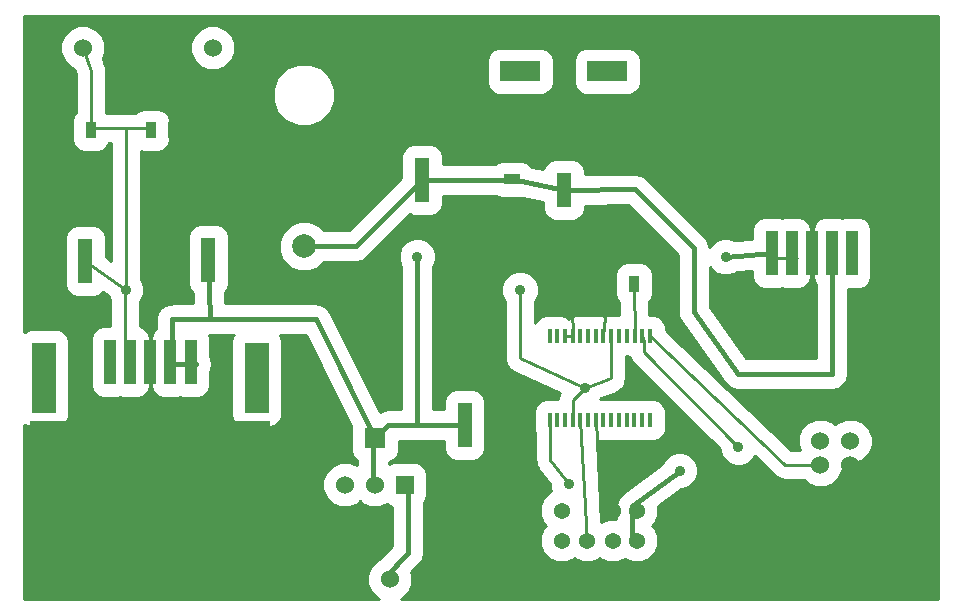
<source format=gtl>
G04 (created by PCBNEW-RS274X (2011-nov-30)-testing) date Sat 05 May 2012 08:26:57 PM EDT*
G01*
G70*
G90*
%MOIN*%
G04 Gerber Fmt 3.4, Leading zero omitted, Abs format*
%FSLAX34Y34*%
G04 APERTURE LIST*
%ADD10C,0.006000*%
%ADD11C,0.078700*%
%ADD12R,0.039400X0.149600*%
%ADD13R,0.800000X0.578700*%
%ADD14R,0.078700X0.236200*%
%ADD15C,0.060000*%
%ADD16C,0.106300*%
%ADD17R,0.016000X0.050000*%
%ADD18R,0.055000X0.035000*%
%ADD19R,0.035000X0.055000*%
%ADD20R,0.060000X0.060000*%
%ADD21C,0.054000*%
%ADD22R,0.126000X0.078700*%
%ADD23R,0.085400X0.126000*%
%ADD24C,0.070000*%
%ADD25R,0.070000X0.070000*%
%ADD26R,0.050000X0.115000*%
%ADD27R,0.135000X0.065000*%
%ADD28R,0.047200X0.149600*%
%ADD29C,0.035000*%
%ADD30C,0.016000*%
%ADD31C,0.010000*%
G04 APERTURE END LIST*
G54D10*
G54D11*
X09842Y14449D03*
X09842Y12284D03*
G54D12*
X25433Y12047D03*
X26103Y12047D03*
X26772Y12047D03*
X27441Y12047D03*
X28111Y12047D03*
G54D13*
X26772Y16929D03*
G54D12*
X06063Y08425D03*
X05393Y08425D03*
X04724Y08425D03*
X04055Y08425D03*
X03385Y08425D03*
G54D13*
X04724Y03543D03*
G54D14*
X08267Y07874D03*
X01181Y07874D03*
G54D15*
X28059Y05787D03*
X27059Y05787D03*
X27059Y05000D03*
X28059Y05000D03*
G54D16*
X29921Y03937D03*
X25197Y03937D03*
G54D17*
X18036Y06474D03*
X18286Y06474D03*
X18546Y06474D03*
X18806Y06474D03*
X19056Y06474D03*
X19316Y06474D03*
X19576Y06474D03*
X19826Y06474D03*
X20086Y06474D03*
X20336Y06474D03*
X20596Y06474D03*
X20856Y06474D03*
X21106Y06474D03*
X21366Y06474D03*
X21366Y09274D03*
X21106Y09274D03*
X20866Y09274D03*
X20596Y09274D03*
X20336Y09274D03*
X20086Y09274D03*
X19826Y09274D03*
X19576Y09274D03*
X19316Y09274D03*
X19056Y09274D03*
X18806Y09274D03*
X18546Y09274D03*
X18286Y09274D03*
X18036Y09274D03*
G54D18*
X16772Y14506D03*
X16772Y15256D03*
G54D19*
X04743Y16142D03*
X05493Y16142D03*
X02737Y16142D03*
X01987Y16142D03*
X20847Y11024D03*
X20097Y11024D03*
G54D20*
X13205Y04330D03*
G54D15*
X12205Y04330D03*
X11205Y04330D03*
G54D20*
X05799Y18898D03*
G54D15*
X06799Y18898D03*
G54D20*
X01468Y18898D03*
G54D15*
X02468Y18898D03*
G54D20*
X11705Y01181D03*
G54D15*
X12705Y01181D03*
G54D21*
X19285Y02468D03*
X20135Y02468D03*
X20935Y03468D03*
X18435Y03468D03*
X18435Y02468D03*
X20935Y02468D03*
G54D22*
X19685Y01268D03*
G54D23*
X22435Y01468D03*
X16935Y01468D03*
G54D21*
X20135Y03468D03*
G54D24*
X12205Y09874D03*
G54D25*
X12205Y05874D03*
G54D26*
X18504Y15960D03*
X18504Y14160D03*
G54D27*
X17054Y18110D03*
X19954Y18110D03*
G54D28*
X13779Y14498D03*
X13779Y16998D03*
X15197Y06309D03*
X15197Y08809D03*
X06653Y11821D03*
X06653Y14321D03*
X02559Y11781D03*
X02559Y14281D03*
G54D29*
X03897Y10827D03*
X17047Y10827D03*
X19212Y07558D03*
X24321Y05593D03*
X18673Y04341D03*
X22362Y04803D03*
X13622Y11929D03*
X23897Y11929D03*
X18779Y10236D03*
X19921Y10236D03*
G54D30*
X13779Y14498D02*
X16764Y14498D01*
X11565Y12284D02*
X13779Y14498D01*
X09842Y12284D02*
X11565Y12284D01*
X24323Y08021D02*
X27443Y08021D01*
X27443Y08021D02*
X27441Y12047D01*
X18504Y14160D02*
X20866Y14173D01*
X22834Y12205D02*
X22834Y10082D01*
X20866Y14173D02*
X22834Y12205D01*
X16772Y14506D02*
X18504Y14160D01*
X22834Y10082D02*
X24323Y08021D01*
X16764Y14498D02*
X16772Y14506D01*
G54D31*
X03897Y10827D02*
X03897Y16204D01*
X02559Y11781D02*
X03897Y10827D01*
X04743Y16142D02*
X04671Y16204D01*
X04671Y16204D02*
X03897Y16204D01*
X02706Y16204D02*
X02737Y16142D01*
X03897Y16204D02*
X02706Y16204D01*
X20086Y09274D02*
X20079Y07874D01*
X18819Y07165D02*
X19212Y07558D01*
X02756Y18110D02*
X02468Y18898D01*
X18819Y06379D02*
X18819Y07165D01*
X03885Y10821D02*
X03897Y10827D01*
X03885Y08344D02*
X04055Y08425D01*
X02737Y16142D02*
X02756Y18110D01*
X18806Y06474D02*
X18819Y06379D01*
X02737Y16142D02*
X02706Y16204D01*
X17041Y08554D02*
X19212Y07558D01*
X03885Y10821D02*
X03885Y08344D01*
X17047Y10827D02*
X17041Y08554D01*
X20079Y07874D02*
X19212Y07558D01*
X02737Y16142D02*
X02706Y16204D01*
X22047Y08661D02*
X21366Y09274D01*
X27059Y05000D02*
X25873Y05001D01*
X25873Y05001D02*
X22047Y08661D01*
X21177Y08737D02*
X24321Y05593D01*
X21177Y09130D02*
X21177Y08737D01*
X21106Y09274D02*
X21177Y09130D01*
X19285Y02468D02*
X19056Y06474D01*
X18053Y05161D02*
X18036Y06474D01*
X18673Y04341D02*
X18053Y05161D01*
G54D30*
X20784Y02449D02*
X20935Y02468D01*
G54D31*
X20935Y03468D02*
X20784Y03628D01*
X20935Y03468D02*
X20784Y03628D01*
G54D30*
X20784Y03628D02*
X20784Y02449D01*
X20784Y03628D02*
X22362Y04803D01*
X12531Y01270D02*
X13317Y02056D01*
X13317Y02056D02*
X13317Y04414D01*
X13317Y04414D02*
X13205Y04330D01*
X12705Y01181D02*
X12531Y01270D01*
X06243Y08344D02*
X05457Y08344D01*
X06653Y11821D02*
X06696Y09842D01*
G54D31*
X06243Y08344D02*
X06063Y08425D01*
G54D30*
X12640Y06309D02*
X12205Y05874D01*
X13622Y06309D02*
X12640Y06309D01*
X15197Y06309D02*
X13622Y06309D01*
X23897Y11929D02*
X25433Y12047D01*
X12138Y05986D02*
X12138Y04414D01*
X12205Y05874D02*
X10236Y09842D01*
X05457Y08344D02*
X05457Y09523D01*
G54D31*
X25433Y12047D02*
X25500Y11881D01*
X06063Y08425D02*
X06243Y08344D01*
G54D30*
X12205Y05874D02*
X12138Y05986D01*
G54D31*
X05393Y08425D02*
X05457Y08344D01*
G54D30*
X06696Y09842D02*
X05433Y09842D01*
X05457Y09523D02*
X05433Y09842D01*
G54D31*
X26103Y12047D02*
X26286Y11881D01*
X25500Y11881D02*
X25433Y12047D01*
X05457Y08344D02*
X05393Y08425D01*
G54D30*
X10236Y09842D02*
X06696Y09842D01*
X13622Y06309D02*
X13622Y11929D01*
X12138Y04414D02*
X12205Y04330D01*
G54D31*
X26286Y11881D02*
X25500Y11881D01*
X20079Y05354D02*
X19606Y05787D01*
X20135Y03468D02*
X20079Y05354D01*
X19606Y05787D02*
X19576Y06474D01*
X18546Y09274D02*
X18806Y09274D01*
X02737Y14567D02*
X02706Y14632D01*
X02706Y14632D02*
X02737Y14567D01*
X18806Y09274D02*
X18779Y10236D01*
X19921Y10236D02*
X19826Y09274D01*
X20866Y09274D02*
X20847Y11024D01*
G54D10*
G36*
X30971Y00525D02*
X28808Y00525D01*
X28808Y05637D01*
X28808Y05935D01*
X28757Y06059D01*
X28757Y11209D01*
X28757Y11388D01*
X28757Y12884D01*
X28689Y13049D01*
X28563Y13175D01*
X28398Y13244D01*
X28219Y13244D01*
X27825Y13244D01*
X27776Y13224D01*
X27728Y13244D01*
X27549Y13244D01*
X27155Y13244D01*
X26990Y13176D01*
X26864Y13050D01*
X26795Y12885D01*
X26795Y12706D01*
X26795Y11210D01*
X26863Y11045D01*
X26911Y10997D01*
X26911Y08551D01*
X24591Y08551D01*
X23364Y10254D01*
X23364Y11583D01*
X23367Y11575D01*
X23543Y11399D01*
X23772Y11304D01*
X24021Y11304D01*
X24251Y11399D01*
X24279Y11428D01*
X24787Y11467D01*
X24787Y11210D01*
X24855Y11045D01*
X24981Y10919D01*
X25146Y10850D01*
X25325Y10850D01*
X25719Y10850D01*
X25767Y10871D01*
X25816Y10850D01*
X25995Y10850D01*
X26389Y10850D01*
X26554Y10918D01*
X26680Y11044D01*
X26749Y11209D01*
X26749Y11388D01*
X26749Y11696D01*
X26749Y11699D01*
X26750Y11701D01*
X26757Y11712D01*
X26770Y11806D01*
X26786Y11881D01*
X26783Y11892D01*
X26786Y11906D01*
X26763Y11997D01*
X26749Y12067D01*
X26749Y12884D01*
X26681Y13049D01*
X26555Y13175D01*
X26390Y13244D01*
X26211Y13244D01*
X25817Y13244D01*
X25768Y13224D01*
X25720Y13244D01*
X25541Y13244D01*
X25147Y13244D01*
X24982Y13176D01*
X24856Y13050D01*
X24787Y12885D01*
X24787Y12706D01*
X24787Y12530D01*
X24192Y12484D01*
X24022Y12554D01*
X23773Y12554D01*
X23543Y12459D01*
X23367Y12283D01*
X23354Y12253D01*
X23324Y12408D01*
X23209Y12580D01*
X21241Y14548D01*
X21239Y14549D01*
X21078Y14657D01*
X21078Y17695D01*
X21078Y17874D01*
X21078Y18524D01*
X21010Y18689D01*
X20884Y18815D01*
X20719Y18884D01*
X20540Y18884D01*
X19190Y18884D01*
X19025Y18816D01*
X18899Y18690D01*
X18830Y18525D01*
X18830Y18346D01*
X18830Y17696D01*
X18898Y17531D01*
X19024Y17405D01*
X19189Y17336D01*
X19368Y17336D01*
X20718Y17336D01*
X20883Y17404D01*
X21009Y17530D01*
X21078Y17695D01*
X21078Y14657D01*
X21069Y14663D01*
X20866Y14703D01*
X20860Y14702D01*
X19203Y14694D01*
X19203Y14824D01*
X19135Y14989D01*
X19009Y15115D01*
X18844Y15184D01*
X18665Y15184D01*
X18178Y15184D01*
X18178Y17695D01*
X18178Y17874D01*
X18178Y18524D01*
X18110Y18689D01*
X17984Y18815D01*
X17819Y18884D01*
X17640Y18884D01*
X16290Y18884D01*
X16125Y18816D01*
X15999Y18690D01*
X15930Y18525D01*
X15930Y18346D01*
X15930Y17696D01*
X15998Y17531D01*
X16124Y17405D01*
X16289Y17336D01*
X16468Y17336D01*
X17818Y17336D01*
X17983Y17404D01*
X18109Y17530D01*
X18178Y17695D01*
X18178Y15184D01*
X18165Y15184D01*
X18000Y15116D01*
X17874Y14990D01*
X17810Y14840D01*
X17436Y14914D01*
X17428Y14935D01*
X17302Y15061D01*
X17137Y15130D01*
X16958Y15130D01*
X16408Y15130D01*
X16243Y15062D01*
X16209Y15028D01*
X14464Y15028D01*
X14464Y15335D01*
X14396Y15500D01*
X14270Y15626D01*
X14105Y15695D01*
X13926Y15695D01*
X13454Y15695D01*
X13289Y15627D01*
X13163Y15501D01*
X13094Y15336D01*
X13094Y15157D01*
X13094Y14563D01*
X11345Y12814D01*
X10882Y12814D01*
X10882Y17115D01*
X10882Y17529D01*
X10724Y17911D01*
X10432Y18204D01*
X10050Y18363D01*
X09636Y18363D01*
X09254Y18205D01*
X08961Y17913D01*
X08802Y17531D01*
X08802Y17117D01*
X08960Y16735D01*
X09252Y16442D01*
X09634Y16283D01*
X10048Y16283D01*
X10430Y16441D01*
X10723Y16733D01*
X10882Y17115D01*
X10882Y12814D01*
X10504Y12814D01*
X10320Y12998D01*
X10010Y13127D01*
X09675Y13127D01*
X09365Y12999D01*
X09128Y12762D01*
X08999Y12452D01*
X08999Y12117D01*
X09127Y11807D01*
X09364Y11570D01*
X09674Y11441D01*
X10009Y11441D01*
X10319Y11569D01*
X10504Y11754D01*
X11565Y11754D01*
X11768Y11794D01*
X11940Y11909D01*
X13367Y13337D01*
X13453Y13301D01*
X13632Y13301D01*
X14104Y13301D01*
X14269Y13369D01*
X14395Y13495D01*
X14464Y13660D01*
X14464Y13839D01*
X14464Y13968D01*
X16225Y13968D01*
X16242Y13951D01*
X16407Y13882D01*
X16586Y13882D01*
X17136Y13882D01*
X17153Y13890D01*
X17805Y13759D01*
X17805Y13496D01*
X17873Y13331D01*
X17999Y13205D01*
X18164Y13136D01*
X18343Y13136D01*
X18843Y13136D01*
X19008Y13204D01*
X19134Y13330D01*
X19203Y13495D01*
X19203Y13634D01*
X20648Y13641D01*
X22304Y11985D01*
X22304Y10082D01*
X22315Y10024D01*
X22318Y09960D01*
X22335Y09922D01*
X22344Y09879D01*
X22378Y09827D01*
X22404Y09772D01*
X23891Y07710D01*
X23928Y07675D01*
X23948Y07646D01*
X23988Y07619D01*
X24042Y07569D01*
X24089Y07552D01*
X24120Y07531D01*
X24171Y07521D01*
X24236Y07497D01*
X24284Y07499D01*
X24323Y07491D01*
X27441Y07491D01*
X27443Y07491D01*
X27644Y07531D01*
X27646Y07531D01*
X27816Y07646D01*
X27818Y07646D01*
X27933Y07818D01*
X27973Y08021D01*
X27971Y08032D01*
X27971Y10850D01*
X28003Y10850D01*
X28397Y10850D01*
X28562Y10918D01*
X28688Y11044D01*
X28757Y11209D01*
X28757Y06059D01*
X28694Y06210D01*
X28484Y06421D01*
X28209Y06536D01*
X27911Y06536D01*
X27636Y06422D01*
X27559Y06346D01*
X27484Y06421D01*
X27209Y06536D01*
X26911Y06536D01*
X26636Y06422D01*
X26425Y06212D01*
X26310Y05937D01*
X26310Y05639D01*
X26367Y05501D01*
X26077Y05501D01*
X22392Y09022D01*
X22386Y09026D01*
X22381Y09033D01*
X21895Y09472D01*
X21895Y09613D01*
X21827Y09778D01*
X21701Y09904D01*
X21536Y09973D01*
X21357Y09973D01*
X21353Y10446D01*
X21402Y10494D01*
X21471Y10659D01*
X21471Y10838D01*
X21471Y11388D01*
X21403Y11553D01*
X21277Y11679D01*
X21112Y11748D01*
X20933Y11748D01*
X20583Y11748D01*
X20418Y11680D01*
X20292Y11554D01*
X20223Y11389D01*
X20223Y11210D01*
X20223Y10660D01*
X20291Y10495D01*
X20353Y10433D01*
X20357Y09973D01*
X20327Y09973D01*
X20256Y09973D01*
X20167Y09973D01*
X20077Y09973D01*
X19917Y09973D01*
X19830Y09938D01*
X19746Y09973D01*
X19567Y09973D01*
X19486Y09973D01*
X19407Y09973D01*
X19307Y09973D01*
X19226Y09973D01*
X19147Y09973D01*
X19047Y09973D01*
X18887Y09973D01*
X18722Y09905D01*
X18671Y09854D01*
X18621Y09904D01*
X18456Y09973D01*
X18277Y09973D01*
X18206Y09973D01*
X18117Y09973D01*
X18027Y09973D01*
X17867Y09973D01*
X17702Y09905D01*
X17576Y09779D01*
X17545Y09706D01*
X17547Y10444D01*
X17577Y10473D01*
X17672Y10702D01*
X17672Y10951D01*
X17577Y11181D01*
X17401Y11357D01*
X17172Y11452D01*
X16923Y11452D01*
X16693Y11357D01*
X16517Y11181D01*
X16422Y10952D01*
X16422Y10703D01*
X16517Y10473D01*
X16547Y10443D01*
X16541Y08574D01*
X16541Y08573D01*
X16541Y08556D01*
X16556Y08476D01*
X16572Y08379D01*
X16576Y08372D01*
X16578Y08365D01*
X16624Y08295D01*
X16675Y08213D01*
X16680Y08209D01*
X16686Y08201D01*
X16760Y08152D01*
X16833Y08099D01*
X16848Y08093D01*
X18379Y07391D01*
X18357Y07357D01*
X18319Y07173D01*
X18277Y07173D01*
X18206Y07173D01*
X18117Y07173D01*
X18027Y07173D01*
X17867Y07173D01*
X17702Y07105D01*
X17576Y06979D01*
X17507Y06814D01*
X17507Y06635D01*
X17507Y06135D01*
X17541Y06053D01*
X17552Y05155D01*
X17565Y05090D01*
X17569Y05035D01*
X17583Y05006D01*
X17592Y04964D01*
X17630Y04908D01*
X17654Y04859D01*
X18048Y04338D01*
X18048Y04217D01*
X18093Y04106D01*
X18027Y04078D01*
X17825Y03876D01*
X17715Y03611D01*
X17715Y03325D01*
X17825Y03060D01*
X17917Y02968D01*
X17825Y02876D01*
X17715Y02611D01*
X17715Y02325D01*
X17825Y02060D01*
X18027Y01858D01*
X18292Y01748D01*
X18578Y01748D01*
X18843Y01858D01*
X18860Y01875D01*
X18877Y01858D01*
X19142Y01748D01*
X19428Y01748D01*
X19693Y01858D01*
X19710Y01875D01*
X19727Y01858D01*
X19992Y01748D01*
X20278Y01748D01*
X20535Y01855D01*
X20792Y01748D01*
X21078Y01748D01*
X21343Y01858D01*
X21545Y02060D01*
X21655Y02325D01*
X21655Y02611D01*
X21545Y02876D01*
X21453Y02968D01*
X21545Y03060D01*
X21655Y03325D01*
X21655Y03611D01*
X21653Y03615D01*
X22408Y04178D01*
X22486Y04178D01*
X22716Y04273D01*
X22892Y04449D01*
X22987Y04678D01*
X22987Y04927D01*
X22892Y05157D01*
X22716Y05333D01*
X22487Y05428D01*
X22238Y05428D01*
X22008Y05333D01*
X21832Y05157D01*
X21779Y05032D01*
X20467Y04053D01*
X20441Y04025D01*
X20409Y04003D01*
X20373Y03951D01*
X20328Y03900D01*
X20314Y03862D01*
X20294Y03831D01*
X20282Y03775D01*
X20281Y03770D01*
X20215Y03611D01*
X20215Y03325D01*
X20254Y03232D01*
X20254Y03188D01*
X19992Y03188D01*
X19751Y03089D01*
X19595Y05801D01*
X19656Y05775D01*
X19835Y05775D01*
X19916Y05775D01*
X19995Y05775D01*
X20095Y05775D01*
X20166Y05775D01*
X20255Y05775D01*
X20345Y05775D01*
X20426Y05775D01*
X20505Y05775D01*
X20605Y05775D01*
X20686Y05775D01*
X20765Y05775D01*
X20865Y05775D01*
X20936Y05775D01*
X21025Y05775D01*
X21115Y05775D01*
X21196Y05775D01*
X21275Y05775D01*
X21375Y05775D01*
X21535Y05775D01*
X21700Y05843D01*
X21826Y05969D01*
X21895Y06134D01*
X21895Y06313D01*
X21895Y06813D01*
X21827Y06978D01*
X21701Y07104D01*
X21536Y07173D01*
X21357Y07173D01*
X21276Y07173D01*
X21197Y07173D01*
X21097Y07173D01*
X21026Y07173D01*
X20937Y07173D01*
X20847Y07173D01*
X20766Y07173D01*
X20687Y07173D01*
X20587Y07173D01*
X20506Y07173D01*
X20427Y07173D01*
X20327Y07173D01*
X20256Y07173D01*
X20167Y07173D01*
X20077Y07173D01*
X19996Y07173D01*
X19917Y07173D01*
X19817Y07173D01*
X19711Y07173D01*
X19742Y07204D01*
X19749Y07222D01*
X20249Y07403D01*
X20259Y07410D01*
X20268Y07411D01*
X20346Y07463D01*
X20416Y07505D01*
X20420Y07512D01*
X20431Y07518D01*
X20482Y07595D01*
X20532Y07662D01*
X20534Y07674D01*
X20540Y07681D01*
X20558Y07774D01*
X20578Y07852D01*
X20576Y07861D01*
X20579Y07871D01*
X20582Y08608D01*
X20601Y08615D01*
X20696Y08575D01*
X20708Y08575D01*
X20709Y08575D01*
X20715Y08545D01*
X20823Y08383D01*
X23696Y05511D01*
X23696Y05469D01*
X23791Y05239D01*
X23967Y05063D01*
X24196Y04968D01*
X24445Y04968D01*
X24675Y05063D01*
X24851Y05239D01*
X24866Y05276D01*
X25510Y04660D01*
X25519Y04647D01*
X25682Y04539D01*
X25693Y04537D01*
X25873Y04501D01*
X26499Y04501D01*
X26634Y04366D01*
X26909Y04251D01*
X27207Y04251D01*
X27482Y04365D01*
X27693Y04575D01*
X27808Y04850D01*
X27808Y05081D01*
X27909Y05038D01*
X28207Y05038D01*
X28482Y05152D01*
X28693Y05362D01*
X28808Y05637D01*
X28808Y00525D01*
X13077Y00525D01*
X13128Y00546D01*
X13339Y00756D01*
X13454Y01031D01*
X13454Y01329D01*
X13420Y01411D01*
X13688Y01679D01*
X13691Y01681D01*
X13692Y01681D01*
X13807Y01853D01*
X13847Y02056D01*
X13847Y03737D01*
X13885Y03775D01*
X13954Y03940D01*
X13954Y04119D01*
X13954Y04719D01*
X13886Y04884D01*
X13760Y05010D01*
X13595Y05079D01*
X13416Y05079D01*
X12816Y05079D01*
X12668Y05019D01*
X12668Y05085D01*
X12809Y05143D01*
X12935Y05269D01*
X13004Y05434D01*
X13004Y05613D01*
X13004Y05779D01*
X13622Y05779D01*
X14512Y05779D01*
X14512Y05472D01*
X14580Y05307D01*
X14706Y05181D01*
X14871Y05112D01*
X15050Y05112D01*
X15522Y05112D01*
X15687Y05180D01*
X15813Y05306D01*
X15882Y05471D01*
X15882Y05650D01*
X15882Y07146D01*
X15814Y07311D01*
X15688Y07437D01*
X15523Y07506D01*
X15344Y07506D01*
X14872Y07506D01*
X14707Y07438D01*
X14581Y07312D01*
X14512Y07147D01*
X14512Y06968D01*
X14512Y06839D01*
X14152Y06839D01*
X14152Y11575D01*
X14247Y11804D01*
X14247Y12053D01*
X14152Y12283D01*
X13976Y12459D01*
X13747Y12554D01*
X13498Y12554D01*
X13268Y12459D01*
X13092Y12283D01*
X12997Y12054D01*
X12997Y11805D01*
X13092Y11575D01*
X13092Y06839D01*
X12640Y06839D01*
X12437Y06799D01*
X12363Y06750D01*
X10711Y10078D01*
X10656Y10149D01*
X10611Y10217D01*
X10597Y10227D01*
X10585Y10242D01*
X10505Y10288D01*
X10439Y10332D01*
X10421Y10336D01*
X10405Y10345D01*
X10315Y10357D01*
X10236Y10372D01*
X07548Y10372D01*
X07548Y18748D01*
X07548Y19046D01*
X07434Y19321D01*
X07224Y19532D01*
X06949Y19647D01*
X06651Y19647D01*
X06376Y19533D01*
X06165Y19323D01*
X06050Y19048D01*
X06050Y18750D01*
X06164Y18475D01*
X06374Y18264D01*
X06649Y18149D01*
X06947Y18149D01*
X07222Y18263D01*
X07433Y18473D01*
X07548Y18748D01*
X07548Y10372D01*
X07213Y10372D01*
X07205Y10755D01*
X07269Y10818D01*
X07338Y10983D01*
X07338Y11162D01*
X07338Y12658D01*
X07270Y12823D01*
X07144Y12949D01*
X06979Y13018D01*
X06800Y13018D01*
X06328Y13018D01*
X06163Y12950D01*
X06037Y12824D01*
X05968Y12659D01*
X05968Y12480D01*
X05968Y10984D01*
X06036Y10819D01*
X06146Y10709D01*
X06153Y10372D01*
X05433Y10372D01*
X05414Y10369D01*
X05393Y10371D01*
X05367Y10365D01*
X05367Y15777D01*
X05367Y15956D01*
X05367Y16506D01*
X05299Y16671D01*
X05173Y16797D01*
X05008Y16866D01*
X04829Y16866D01*
X04479Y16866D01*
X04314Y16798D01*
X04220Y16704D01*
X03260Y16704D01*
X03243Y16721D01*
X03258Y18105D01*
X03232Y18243D01*
X03226Y18283D01*
X03222Y18292D01*
X03222Y18296D01*
X03220Y18299D01*
X03131Y18543D01*
X03217Y18748D01*
X03217Y19046D01*
X03103Y19321D01*
X02893Y19532D01*
X02618Y19647D01*
X02320Y19647D01*
X02045Y19533D01*
X01834Y19323D01*
X01719Y19048D01*
X01719Y18750D01*
X01833Y18475D01*
X02043Y18264D01*
X02189Y18203D01*
X02256Y18019D01*
X02243Y16734D01*
X02182Y16672D01*
X02113Y16507D01*
X02113Y16328D01*
X02113Y15778D01*
X02181Y15613D01*
X02307Y15487D01*
X02472Y15418D01*
X02651Y15418D01*
X03001Y15418D01*
X03166Y15486D01*
X03292Y15612D01*
X03330Y15704D01*
X03397Y15704D01*
X03397Y11798D01*
X03244Y11907D01*
X03244Y12618D01*
X03176Y12783D01*
X03050Y12909D01*
X02885Y12978D01*
X02706Y12978D01*
X02234Y12978D01*
X02069Y12910D01*
X01943Y12784D01*
X01874Y12619D01*
X01874Y12440D01*
X01874Y10944D01*
X01942Y10779D01*
X02068Y10653D01*
X02233Y10584D01*
X02412Y10584D01*
X02884Y10584D01*
X03049Y10652D01*
X03145Y10749D01*
X03298Y10640D01*
X03367Y10473D01*
X03385Y10455D01*
X03385Y09622D01*
X03099Y09622D01*
X02934Y09554D01*
X02808Y09428D01*
X02739Y09263D01*
X02739Y09084D01*
X02739Y07588D01*
X02807Y07423D01*
X02933Y07297D01*
X03098Y07228D01*
X03277Y07228D01*
X03671Y07228D01*
X03719Y07249D01*
X03768Y07228D01*
X03947Y07228D01*
X04341Y07228D01*
X04506Y07296D01*
X04632Y07422D01*
X04701Y07587D01*
X04701Y07766D01*
X04701Y09262D01*
X04633Y09427D01*
X04507Y09553D01*
X04385Y09605D01*
X04385Y10431D01*
X04427Y10473D01*
X04522Y10702D01*
X04522Y10951D01*
X04427Y11181D01*
X04397Y11211D01*
X04397Y15452D01*
X04478Y15418D01*
X04657Y15418D01*
X05007Y15418D01*
X05172Y15486D01*
X05298Y15612D01*
X05367Y15777D01*
X05367Y10365D01*
X05311Y10349D01*
X05230Y10332D01*
X05212Y10321D01*
X05194Y10315D01*
X05130Y10266D01*
X05058Y10217D01*
X05046Y10201D01*
X05031Y10188D01*
X04988Y10114D01*
X04943Y10045D01*
X04939Y10027D01*
X04929Y10008D01*
X04918Y09920D01*
X04903Y09842D01*
X04906Y09824D01*
X04904Y09802D01*
X04924Y09537D01*
X04816Y09428D01*
X04747Y09263D01*
X04747Y09084D01*
X04747Y07588D01*
X04815Y07423D01*
X04941Y07297D01*
X05106Y07228D01*
X05285Y07228D01*
X05679Y07228D01*
X05727Y07249D01*
X05776Y07228D01*
X05955Y07228D01*
X06349Y07228D01*
X06514Y07296D01*
X06640Y07422D01*
X06709Y07587D01*
X06709Y07766D01*
X06709Y08106D01*
X06733Y08141D01*
X06773Y08344D01*
X06733Y08547D01*
X06709Y08583D01*
X06709Y09262D01*
X06688Y09312D01*
X06696Y09312D01*
X07496Y09312D01*
X07494Y09310D01*
X07425Y09145D01*
X07425Y08966D01*
X07425Y06604D01*
X07493Y06439D01*
X07619Y06313D01*
X07784Y06244D01*
X07963Y06244D01*
X08749Y06244D01*
X08914Y06312D01*
X09040Y06438D01*
X09109Y06603D01*
X09109Y06782D01*
X09109Y09144D01*
X09041Y09309D01*
X09038Y09312D01*
X09906Y09312D01*
X11406Y06294D01*
X11406Y06135D01*
X11406Y05435D01*
X11474Y05270D01*
X11600Y05144D01*
X11608Y05141D01*
X11608Y04974D01*
X11355Y05079D01*
X11057Y05079D01*
X10782Y04965D01*
X10571Y04755D01*
X10456Y04480D01*
X10456Y04182D01*
X10570Y03907D01*
X10780Y03696D01*
X11055Y03581D01*
X11353Y03581D01*
X11628Y03695D01*
X11704Y03772D01*
X11780Y03696D01*
X12055Y03581D01*
X12353Y03581D01*
X12611Y03689D01*
X12650Y03650D01*
X12787Y03593D01*
X12787Y02276D01*
X12359Y01849D01*
X12282Y01816D01*
X12071Y01606D01*
X11956Y01331D01*
X11956Y01033D01*
X12070Y00758D01*
X12280Y00547D01*
X12332Y00525D01*
X00525Y00525D01*
X00525Y06321D01*
X00533Y06313D01*
X00698Y06244D01*
X00877Y06244D01*
X01663Y06244D01*
X01828Y06312D01*
X01954Y06438D01*
X02023Y06603D01*
X02023Y06782D01*
X02023Y09144D01*
X01955Y09309D01*
X01829Y09435D01*
X01664Y09504D01*
X01485Y09504D01*
X00699Y09504D01*
X00534Y09436D01*
X00525Y09427D01*
X00525Y19947D01*
X00787Y19947D01*
X30971Y19947D01*
X30971Y00525D01*
X30971Y00525D01*
G37*
G54D31*
X30971Y00525D02*
X28808Y00525D01*
X28808Y05637D01*
X28808Y05935D01*
X28757Y06059D01*
X28757Y11209D01*
X28757Y11388D01*
X28757Y12884D01*
X28689Y13049D01*
X28563Y13175D01*
X28398Y13244D01*
X28219Y13244D01*
X27825Y13244D01*
X27776Y13224D01*
X27728Y13244D01*
X27549Y13244D01*
X27155Y13244D01*
X26990Y13176D01*
X26864Y13050D01*
X26795Y12885D01*
X26795Y12706D01*
X26795Y11210D01*
X26863Y11045D01*
X26911Y10997D01*
X26911Y08551D01*
X24591Y08551D01*
X23364Y10254D01*
X23364Y11583D01*
X23367Y11575D01*
X23543Y11399D01*
X23772Y11304D01*
X24021Y11304D01*
X24251Y11399D01*
X24279Y11428D01*
X24787Y11467D01*
X24787Y11210D01*
X24855Y11045D01*
X24981Y10919D01*
X25146Y10850D01*
X25325Y10850D01*
X25719Y10850D01*
X25767Y10871D01*
X25816Y10850D01*
X25995Y10850D01*
X26389Y10850D01*
X26554Y10918D01*
X26680Y11044D01*
X26749Y11209D01*
X26749Y11388D01*
X26749Y11696D01*
X26749Y11699D01*
X26750Y11701D01*
X26757Y11712D01*
X26770Y11806D01*
X26786Y11881D01*
X26783Y11892D01*
X26786Y11906D01*
X26763Y11997D01*
X26749Y12067D01*
X26749Y12884D01*
X26681Y13049D01*
X26555Y13175D01*
X26390Y13244D01*
X26211Y13244D01*
X25817Y13244D01*
X25768Y13224D01*
X25720Y13244D01*
X25541Y13244D01*
X25147Y13244D01*
X24982Y13176D01*
X24856Y13050D01*
X24787Y12885D01*
X24787Y12706D01*
X24787Y12530D01*
X24192Y12484D01*
X24022Y12554D01*
X23773Y12554D01*
X23543Y12459D01*
X23367Y12283D01*
X23354Y12253D01*
X23324Y12408D01*
X23209Y12580D01*
X21241Y14548D01*
X21239Y14549D01*
X21078Y14657D01*
X21078Y17695D01*
X21078Y17874D01*
X21078Y18524D01*
X21010Y18689D01*
X20884Y18815D01*
X20719Y18884D01*
X20540Y18884D01*
X19190Y18884D01*
X19025Y18816D01*
X18899Y18690D01*
X18830Y18525D01*
X18830Y18346D01*
X18830Y17696D01*
X18898Y17531D01*
X19024Y17405D01*
X19189Y17336D01*
X19368Y17336D01*
X20718Y17336D01*
X20883Y17404D01*
X21009Y17530D01*
X21078Y17695D01*
X21078Y14657D01*
X21069Y14663D01*
X20866Y14703D01*
X20860Y14702D01*
X19203Y14694D01*
X19203Y14824D01*
X19135Y14989D01*
X19009Y15115D01*
X18844Y15184D01*
X18665Y15184D01*
X18178Y15184D01*
X18178Y17695D01*
X18178Y17874D01*
X18178Y18524D01*
X18110Y18689D01*
X17984Y18815D01*
X17819Y18884D01*
X17640Y18884D01*
X16290Y18884D01*
X16125Y18816D01*
X15999Y18690D01*
X15930Y18525D01*
X15930Y18346D01*
X15930Y17696D01*
X15998Y17531D01*
X16124Y17405D01*
X16289Y17336D01*
X16468Y17336D01*
X17818Y17336D01*
X17983Y17404D01*
X18109Y17530D01*
X18178Y17695D01*
X18178Y15184D01*
X18165Y15184D01*
X18000Y15116D01*
X17874Y14990D01*
X17810Y14840D01*
X17436Y14914D01*
X17428Y14935D01*
X17302Y15061D01*
X17137Y15130D01*
X16958Y15130D01*
X16408Y15130D01*
X16243Y15062D01*
X16209Y15028D01*
X14464Y15028D01*
X14464Y15335D01*
X14396Y15500D01*
X14270Y15626D01*
X14105Y15695D01*
X13926Y15695D01*
X13454Y15695D01*
X13289Y15627D01*
X13163Y15501D01*
X13094Y15336D01*
X13094Y15157D01*
X13094Y14563D01*
X11345Y12814D01*
X10882Y12814D01*
X10882Y17115D01*
X10882Y17529D01*
X10724Y17911D01*
X10432Y18204D01*
X10050Y18363D01*
X09636Y18363D01*
X09254Y18205D01*
X08961Y17913D01*
X08802Y17531D01*
X08802Y17117D01*
X08960Y16735D01*
X09252Y16442D01*
X09634Y16283D01*
X10048Y16283D01*
X10430Y16441D01*
X10723Y16733D01*
X10882Y17115D01*
X10882Y12814D01*
X10504Y12814D01*
X10320Y12998D01*
X10010Y13127D01*
X09675Y13127D01*
X09365Y12999D01*
X09128Y12762D01*
X08999Y12452D01*
X08999Y12117D01*
X09127Y11807D01*
X09364Y11570D01*
X09674Y11441D01*
X10009Y11441D01*
X10319Y11569D01*
X10504Y11754D01*
X11565Y11754D01*
X11768Y11794D01*
X11940Y11909D01*
X13367Y13337D01*
X13453Y13301D01*
X13632Y13301D01*
X14104Y13301D01*
X14269Y13369D01*
X14395Y13495D01*
X14464Y13660D01*
X14464Y13839D01*
X14464Y13968D01*
X16225Y13968D01*
X16242Y13951D01*
X16407Y13882D01*
X16586Y13882D01*
X17136Y13882D01*
X17153Y13890D01*
X17805Y13759D01*
X17805Y13496D01*
X17873Y13331D01*
X17999Y13205D01*
X18164Y13136D01*
X18343Y13136D01*
X18843Y13136D01*
X19008Y13204D01*
X19134Y13330D01*
X19203Y13495D01*
X19203Y13634D01*
X20648Y13641D01*
X22304Y11985D01*
X22304Y10082D01*
X22315Y10024D01*
X22318Y09960D01*
X22335Y09922D01*
X22344Y09879D01*
X22378Y09827D01*
X22404Y09772D01*
X23891Y07710D01*
X23928Y07675D01*
X23948Y07646D01*
X23988Y07619D01*
X24042Y07569D01*
X24089Y07552D01*
X24120Y07531D01*
X24171Y07521D01*
X24236Y07497D01*
X24284Y07499D01*
X24323Y07491D01*
X27441Y07491D01*
X27443Y07491D01*
X27644Y07531D01*
X27646Y07531D01*
X27816Y07646D01*
X27818Y07646D01*
X27933Y07818D01*
X27973Y08021D01*
X27971Y08032D01*
X27971Y10850D01*
X28003Y10850D01*
X28397Y10850D01*
X28562Y10918D01*
X28688Y11044D01*
X28757Y11209D01*
X28757Y06059D01*
X28694Y06210D01*
X28484Y06421D01*
X28209Y06536D01*
X27911Y06536D01*
X27636Y06422D01*
X27559Y06346D01*
X27484Y06421D01*
X27209Y06536D01*
X26911Y06536D01*
X26636Y06422D01*
X26425Y06212D01*
X26310Y05937D01*
X26310Y05639D01*
X26367Y05501D01*
X26077Y05501D01*
X22392Y09022D01*
X22386Y09026D01*
X22381Y09033D01*
X21895Y09472D01*
X21895Y09613D01*
X21827Y09778D01*
X21701Y09904D01*
X21536Y09973D01*
X21357Y09973D01*
X21353Y10446D01*
X21402Y10494D01*
X21471Y10659D01*
X21471Y10838D01*
X21471Y11388D01*
X21403Y11553D01*
X21277Y11679D01*
X21112Y11748D01*
X20933Y11748D01*
X20583Y11748D01*
X20418Y11680D01*
X20292Y11554D01*
X20223Y11389D01*
X20223Y11210D01*
X20223Y10660D01*
X20291Y10495D01*
X20353Y10433D01*
X20357Y09973D01*
X20327Y09973D01*
X20256Y09973D01*
X20167Y09973D01*
X20077Y09973D01*
X19917Y09973D01*
X19830Y09938D01*
X19746Y09973D01*
X19567Y09973D01*
X19486Y09973D01*
X19407Y09973D01*
X19307Y09973D01*
X19226Y09973D01*
X19147Y09973D01*
X19047Y09973D01*
X18887Y09973D01*
X18722Y09905D01*
X18671Y09854D01*
X18621Y09904D01*
X18456Y09973D01*
X18277Y09973D01*
X18206Y09973D01*
X18117Y09973D01*
X18027Y09973D01*
X17867Y09973D01*
X17702Y09905D01*
X17576Y09779D01*
X17545Y09706D01*
X17547Y10444D01*
X17577Y10473D01*
X17672Y10702D01*
X17672Y10951D01*
X17577Y11181D01*
X17401Y11357D01*
X17172Y11452D01*
X16923Y11452D01*
X16693Y11357D01*
X16517Y11181D01*
X16422Y10952D01*
X16422Y10703D01*
X16517Y10473D01*
X16547Y10443D01*
X16541Y08574D01*
X16541Y08573D01*
X16541Y08556D01*
X16556Y08476D01*
X16572Y08379D01*
X16576Y08372D01*
X16578Y08365D01*
X16624Y08295D01*
X16675Y08213D01*
X16680Y08209D01*
X16686Y08201D01*
X16760Y08152D01*
X16833Y08099D01*
X16848Y08093D01*
X18379Y07391D01*
X18357Y07357D01*
X18319Y07173D01*
X18277Y07173D01*
X18206Y07173D01*
X18117Y07173D01*
X18027Y07173D01*
X17867Y07173D01*
X17702Y07105D01*
X17576Y06979D01*
X17507Y06814D01*
X17507Y06635D01*
X17507Y06135D01*
X17541Y06053D01*
X17552Y05155D01*
X17565Y05090D01*
X17569Y05035D01*
X17583Y05006D01*
X17592Y04964D01*
X17630Y04908D01*
X17654Y04859D01*
X18048Y04338D01*
X18048Y04217D01*
X18093Y04106D01*
X18027Y04078D01*
X17825Y03876D01*
X17715Y03611D01*
X17715Y03325D01*
X17825Y03060D01*
X17917Y02968D01*
X17825Y02876D01*
X17715Y02611D01*
X17715Y02325D01*
X17825Y02060D01*
X18027Y01858D01*
X18292Y01748D01*
X18578Y01748D01*
X18843Y01858D01*
X18860Y01875D01*
X18877Y01858D01*
X19142Y01748D01*
X19428Y01748D01*
X19693Y01858D01*
X19710Y01875D01*
X19727Y01858D01*
X19992Y01748D01*
X20278Y01748D01*
X20535Y01855D01*
X20792Y01748D01*
X21078Y01748D01*
X21343Y01858D01*
X21545Y02060D01*
X21655Y02325D01*
X21655Y02611D01*
X21545Y02876D01*
X21453Y02968D01*
X21545Y03060D01*
X21655Y03325D01*
X21655Y03611D01*
X21653Y03615D01*
X22408Y04178D01*
X22486Y04178D01*
X22716Y04273D01*
X22892Y04449D01*
X22987Y04678D01*
X22987Y04927D01*
X22892Y05157D01*
X22716Y05333D01*
X22487Y05428D01*
X22238Y05428D01*
X22008Y05333D01*
X21832Y05157D01*
X21779Y05032D01*
X20467Y04053D01*
X20441Y04025D01*
X20409Y04003D01*
X20373Y03951D01*
X20328Y03900D01*
X20314Y03862D01*
X20294Y03831D01*
X20282Y03775D01*
X20281Y03770D01*
X20215Y03611D01*
X20215Y03325D01*
X20254Y03232D01*
X20254Y03188D01*
X19992Y03188D01*
X19751Y03089D01*
X19595Y05801D01*
X19656Y05775D01*
X19835Y05775D01*
X19916Y05775D01*
X19995Y05775D01*
X20095Y05775D01*
X20166Y05775D01*
X20255Y05775D01*
X20345Y05775D01*
X20426Y05775D01*
X20505Y05775D01*
X20605Y05775D01*
X20686Y05775D01*
X20765Y05775D01*
X20865Y05775D01*
X20936Y05775D01*
X21025Y05775D01*
X21115Y05775D01*
X21196Y05775D01*
X21275Y05775D01*
X21375Y05775D01*
X21535Y05775D01*
X21700Y05843D01*
X21826Y05969D01*
X21895Y06134D01*
X21895Y06313D01*
X21895Y06813D01*
X21827Y06978D01*
X21701Y07104D01*
X21536Y07173D01*
X21357Y07173D01*
X21276Y07173D01*
X21197Y07173D01*
X21097Y07173D01*
X21026Y07173D01*
X20937Y07173D01*
X20847Y07173D01*
X20766Y07173D01*
X20687Y07173D01*
X20587Y07173D01*
X20506Y07173D01*
X20427Y07173D01*
X20327Y07173D01*
X20256Y07173D01*
X20167Y07173D01*
X20077Y07173D01*
X19996Y07173D01*
X19917Y07173D01*
X19817Y07173D01*
X19711Y07173D01*
X19742Y07204D01*
X19749Y07222D01*
X20249Y07403D01*
X20259Y07410D01*
X20268Y07411D01*
X20346Y07463D01*
X20416Y07505D01*
X20420Y07512D01*
X20431Y07518D01*
X20482Y07595D01*
X20532Y07662D01*
X20534Y07674D01*
X20540Y07681D01*
X20558Y07774D01*
X20578Y07852D01*
X20576Y07861D01*
X20579Y07871D01*
X20582Y08608D01*
X20601Y08615D01*
X20696Y08575D01*
X20708Y08575D01*
X20709Y08575D01*
X20715Y08545D01*
X20823Y08383D01*
X23696Y05511D01*
X23696Y05469D01*
X23791Y05239D01*
X23967Y05063D01*
X24196Y04968D01*
X24445Y04968D01*
X24675Y05063D01*
X24851Y05239D01*
X24866Y05276D01*
X25510Y04660D01*
X25519Y04647D01*
X25682Y04539D01*
X25693Y04537D01*
X25873Y04501D01*
X26499Y04501D01*
X26634Y04366D01*
X26909Y04251D01*
X27207Y04251D01*
X27482Y04365D01*
X27693Y04575D01*
X27808Y04850D01*
X27808Y05081D01*
X27909Y05038D01*
X28207Y05038D01*
X28482Y05152D01*
X28693Y05362D01*
X28808Y05637D01*
X28808Y00525D01*
X13077Y00525D01*
X13128Y00546D01*
X13339Y00756D01*
X13454Y01031D01*
X13454Y01329D01*
X13420Y01411D01*
X13688Y01679D01*
X13691Y01681D01*
X13692Y01681D01*
X13807Y01853D01*
X13847Y02056D01*
X13847Y03737D01*
X13885Y03775D01*
X13954Y03940D01*
X13954Y04119D01*
X13954Y04719D01*
X13886Y04884D01*
X13760Y05010D01*
X13595Y05079D01*
X13416Y05079D01*
X12816Y05079D01*
X12668Y05019D01*
X12668Y05085D01*
X12809Y05143D01*
X12935Y05269D01*
X13004Y05434D01*
X13004Y05613D01*
X13004Y05779D01*
X13622Y05779D01*
X14512Y05779D01*
X14512Y05472D01*
X14580Y05307D01*
X14706Y05181D01*
X14871Y05112D01*
X15050Y05112D01*
X15522Y05112D01*
X15687Y05180D01*
X15813Y05306D01*
X15882Y05471D01*
X15882Y05650D01*
X15882Y07146D01*
X15814Y07311D01*
X15688Y07437D01*
X15523Y07506D01*
X15344Y07506D01*
X14872Y07506D01*
X14707Y07438D01*
X14581Y07312D01*
X14512Y07147D01*
X14512Y06968D01*
X14512Y06839D01*
X14152Y06839D01*
X14152Y11575D01*
X14247Y11804D01*
X14247Y12053D01*
X14152Y12283D01*
X13976Y12459D01*
X13747Y12554D01*
X13498Y12554D01*
X13268Y12459D01*
X13092Y12283D01*
X12997Y12054D01*
X12997Y11805D01*
X13092Y11575D01*
X13092Y06839D01*
X12640Y06839D01*
X12437Y06799D01*
X12363Y06750D01*
X10711Y10078D01*
X10656Y10149D01*
X10611Y10217D01*
X10597Y10227D01*
X10585Y10242D01*
X10505Y10288D01*
X10439Y10332D01*
X10421Y10336D01*
X10405Y10345D01*
X10315Y10357D01*
X10236Y10372D01*
X07548Y10372D01*
X07548Y18748D01*
X07548Y19046D01*
X07434Y19321D01*
X07224Y19532D01*
X06949Y19647D01*
X06651Y19647D01*
X06376Y19533D01*
X06165Y19323D01*
X06050Y19048D01*
X06050Y18750D01*
X06164Y18475D01*
X06374Y18264D01*
X06649Y18149D01*
X06947Y18149D01*
X07222Y18263D01*
X07433Y18473D01*
X07548Y18748D01*
X07548Y10372D01*
X07213Y10372D01*
X07205Y10755D01*
X07269Y10818D01*
X07338Y10983D01*
X07338Y11162D01*
X07338Y12658D01*
X07270Y12823D01*
X07144Y12949D01*
X06979Y13018D01*
X06800Y13018D01*
X06328Y13018D01*
X06163Y12950D01*
X06037Y12824D01*
X05968Y12659D01*
X05968Y12480D01*
X05968Y10984D01*
X06036Y10819D01*
X06146Y10709D01*
X06153Y10372D01*
X05433Y10372D01*
X05414Y10369D01*
X05393Y10371D01*
X05367Y10365D01*
X05367Y15777D01*
X05367Y15956D01*
X05367Y16506D01*
X05299Y16671D01*
X05173Y16797D01*
X05008Y16866D01*
X04829Y16866D01*
X04479Y16866D01*
X04314Y16798D01*
X04220Y16704D01*
X03260Y16704D01*
X03243Y16721D01*
X03258Y18105D01*
X03232Y18243D01*
X03226Y18283D01*
X03222Y18292D01*
X03222Y18296D01*
X03220Y18299D01*
X03131Y18543D01*
X03217Y18748D01*
X03217Y19046D01*
X03103Y19321D01*
X02893Y19532D01*
X02618Y19647D01*
X02320Y19647D01*
X02045Y19533D01*
X01834Y19323D01*
X01719Y19048D01*
X01719Y18750D01*
X01833Y18475D01*
X02043Y18264D01*
X02189Y18203D01*
X02256Y18019D01*
X02243Y16734D01*
X02182Y16672D01*
X02113Y16507D01*
X02113Y16328D01*
X02113Y15778D01*
X02181Y15613D01*
X02307Y15487D01*
X02472Y15418D01*
X02651Y15418D01*
X03001Y15418D01*
X03166Y15486D01*
X03292Y15612D01*
X03330Y15704D01*
X03397Y15704D01*
X03397Y11798D01*
X03244Y11907D01*
X03244Y12618D01*
X03176Y12783D01*
X03050Y12909D01*
X02885Y12978D01*
X02706Y12978D01*
X02234Y12978D01*
X02069Y12910D01*
X01943Y12784D01*
X01874Y12619D01*
X01874Y12440D01*
X01874Y10944D01*
X01942Y10779D01*
X02068Y10653D01*
X02233Y10584D01*
X02412Y10584D01*
X02884Y10584D01*
X03049Y10652D01*
X03145Y10749D01*
X03298Y10640D01*
X03367Y10473D01*
X03385Y10455D01*
X03385Y09622D01*
X03099Y09622D01*
X02934Y09554D01*
X02808Y09428D01*
X02739Y09263D01*
X02739Y09084D01*
X02739Y07588D01*
X02807Y07423D01*
X02933Y07297D01*
X03098Y07228D01*
X03277Y07228D01*
X03671Y07228D01*
X03719Y07249D01*
X03768Y07228D01*
X03947Y07228D01*
X04341Y07228D01*
X04506Y07296D01*
X04632Y07422D01*
X04701Y07587D01*
X04701Y07766D01*
X04701Y09262D01*
X04633Y09427D01*
X04507Y09553D01*
X04385Y09605D01*
X04385Y10431D01*
X04427Y10473D01*
X04522Y10702D01*
X04522Y10951D01*
X04427Y11181D01*
X04397Y11211D01*
X04397Y15452D01*
X04478Y15418D01*
X04657Y15418D01*
X05007Y15418D01*
X05172Y15486D01*
X05298Y15612D01*
X05367Y15777D01*
X05367Y10365D01*
X05311Y10349D01*
X05230Y10332D01*
X05212Y10321D01*
X05194Y10315D01*
X05130Y10266D01*
X05058Y10217D01*
X05046Y10201D01*
X05031Y10188D01*
X04988Y10114D01*
X04943Y10045D01*
X04939Y10027D01*
X04929Y10008D01*
X04918Y09920D01*
X04903Y09842D01*
X04906Y09824D01*
X04904Y09802D01*
X04924Y09537D01*
X04816Y09428D01*
X04747Y09263D01*
X04747Y09084D01*
X04747Y07588D01*
X04815Y07423D01*
X04941Y07297D01*
X05106Y07228D01*
X05285Y07228D01*
X05679Y07228D01*
X05727Y07249D01*
X05776Y07228D01*
X05955Y07228D01*
X06349Y07228D01*
X06514Y07296D01*
X06640Y07422D01*
X06709Y07587D01*
X06709Y07766D01*
X06709Y08106D01*
X06733Y08141D01*
X06773Y08344D01*
X06733Y08547D01*
X06709Y08583D01*
X06709Y09262D01*
X06688Y09312D01*
X06696Y09312D01*
X07496Y09312D01*
X07494Y09310D01*
X07425Y09145D01*
X07425Y08966D01*
X07425Y06604D01*
X07493Y06439D01*
X07619Y06313D01*
X07784Y06244D01*
X07963Y06244D01*
X08749Y06244D01*
X08914Y06312D01*
X09040Y06438D01*
X09109Y06603D01*
X09109Y06782D01*
X09109Y09144D01*
X09041Y09309D01*
X09038Y09312D01*
X09906Y09312D01*
X11406Y06294D01*
X11406Y06135D01*
X11406Y05435D01*
X11474Y05270D01*
X11600Y05144D01*
X11608Y05141D01*
X11608Y04974D01*
X11355Y05079D01*
X11057Y05079D01*
X10782Y04965D01*
X10571Y04755D01*
X10456Y04480D01*
X10456Y04182D01*
X10570Y03907D01*
X10780Y03696D01*
X11055Y03581D01*
X11353Y03581D01*
X11628Y03695D01*
X11704Y03772D01*
X11780Y03696D01*
X12055Y03581D01*
X12353Y03581D01*
X12611Y03689D01*
X12650Y03650D01*
X12787Y03593D01*
X12787Y02276D01*
X12359Y01849D01*
X12282Y01816D01*
X12071Y01606D01*
X11956Y01331D01*
X11956Y01033D01*
X12070Y00758D01*
X12280Y00547D01*
X12332Y00525D01*
X00525Y00525D01*
X00525Y06321D01*
X00533Y06313D01*
X00698Y06244D01*
X00877Y06244D01*
X01663Y06244D01*
X01828Y06312D01*
X01954Y06438D01*
X02023Y06603D01*
X02023Y06782D01*
X02023Y09144D01*
X01955Y09309D01*
X01829Y09435D01*
X01664Y09504D01*
X01485Y09504D01*
X00699Y09504D01*
X00534Y09436D01*
X00525Y09427D01*
X00525Y19947D01*
X00787Y19947D01*
X30971Y19947D01*
X30971Y00525D01*
M02*

</source>
